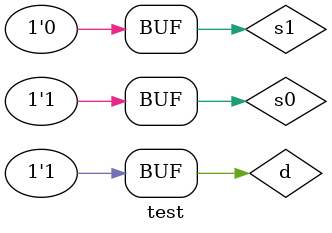
<source format=v>
module demux1_4(input s0,s1, d, output [3:0]out);
	wire w1,w2,w3,w4,s0n,s1n;
	not n1(s0n,s0);
	not n2(s1n,s1);


	and a1(out[0],d,s0n,s1n);
	and a2(out[1],d,s0n,s1);
	and a3(out[2],d,s0,s1n);
	and a4(out[3],d,s0,s1);

endmodule

module test;
	reg s0,s1,d;
	wire [3:0] out;

	demux1_4 uut(s0,s1,d,out);

	initial begin
		$monitor($time," %b, %b, %b, %b",s0, s1, d, out);

		#5 s0=0; s1=0; d=1;
		#5 s1=1; 
		#5 s0=1;
		#5 s1=0;
	end

endmodule
</source>
